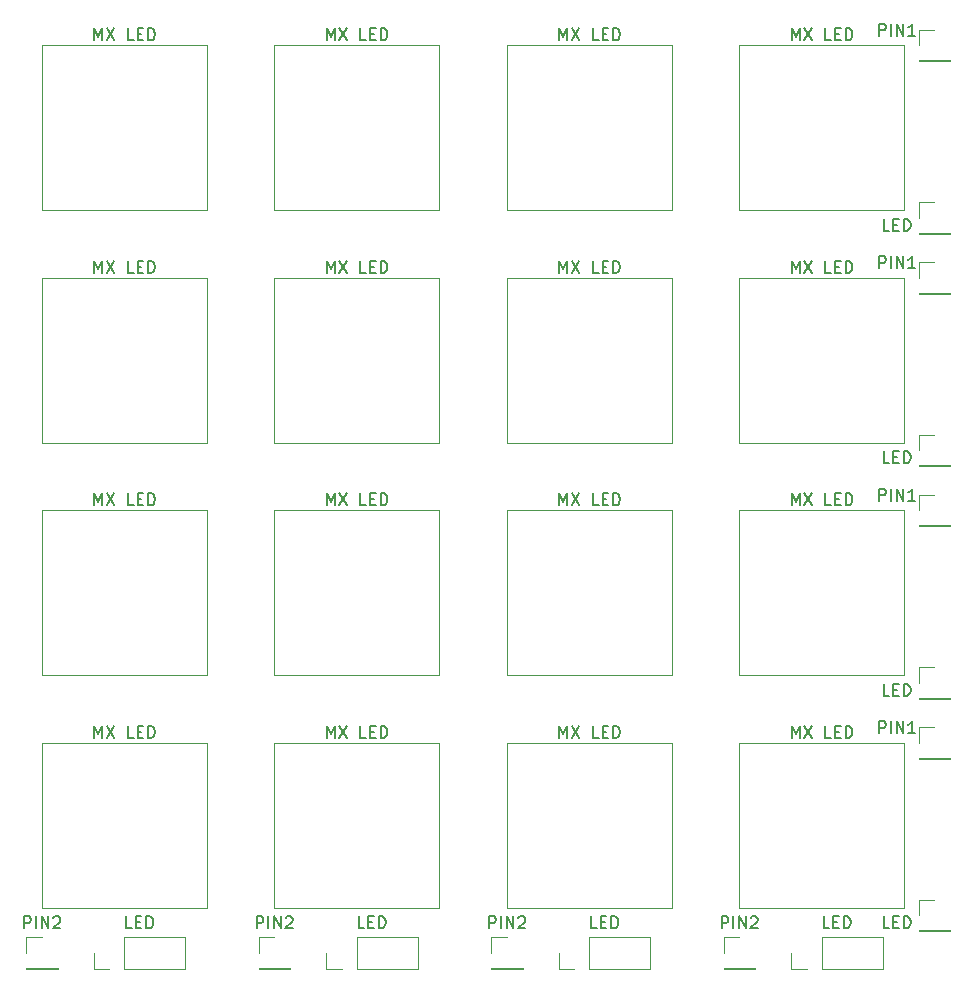
<source format=gbr>
%TF.GenerationSoftware,KiCad,Pcbnew,5.99.0-unknown-0ab82ef66~91~ubuntu20.04.1*%
%TF.CreationDate,2020-10-15T20:07:39+02:00*%
%TF.ProjectId,KeyPad-LED,4b657950-6164-42d4-9c45-442e6b696361,rev?*%
%TF.SameCoordinates,Original*%
%TF.FileFunction,Legend,Top*%
%TF.FilePolarity,Positive*%
%FSLAX46Y46*%
G04 Gerber Fmt 4.6, Leading zero omitted, Abs format (unit mm)*
G04 Created by KiCad (PCBNEW 5.99.0-unknown-0ab82ef66~91~ubuntu20.04.1) date 2020-10-15 20:07:39*
%MOMM*%
%LPD*%
G01*
G04 APERTURE LIST*
%ADD10C,0.150000*%
%ADD11C,0.120000*%
G04 APERTURE END LIST*
D10*
%TO.C,MX LED*%
X187952380Y-115133380D02*
X187952380Y-114133380D01*
X188285714Y-114847666D01*
X188619047Y-114133380D01*
X188619047Y-115133380D01*
X189000000Y-114133380D02*
X189666666Y-115133380D01*
X189666666Y-114133380D02*
X189000000Y-115133380D01*
X191285714Y-115133380D02*
X190809523Y-115133380D01*
X190809523Y-114133380D01*
X191619047Y-114609571D02*
X191952380Y-114609571D01*
X192095238Y-115133380D02*
X191619047Y-115133380D01*
X191619047Y-114133380D01*
X192095238Y-114133380D01*
X192523809Y-115133380D02*
X192523809Y-114133380D01*
X192761904Y-114133380D01*
X192904761Y-114181000D01*
X193000000Y-114276238D01*
X193047619Y-114371476D01*
X193095238Y-114561952D01*
X193095238Y-114704809D01*
X193047619Y-114895285D01*
X193000000Y-114990523D01*
X192904761Y-115085761D01*
X192761904Y-115133380D01*
X192523809Y-115133380D01*
X128897380Y-115133380D02*
X128897380Y-114133380D01*
X129230714Y-114847666D01*
X129564047Y-114133380D01*
X129564047Y-115133380D01*
X129945000Y-114133380D02*
X130611666Y-115133380D01*
X130611666Y-114133380D02*
X129945000Y-115133380D01*
X132230714Y-115133380D02*
X131754523Y-115133380D01*
X131754523Y-114133380D01*
X132564047Y-114609571D02*
X132897380Y-114609571D01*
X133040238Y-115133380D02*
X132564047Y-115133380D01*
X132564047Y-114133380D01*
X133040238Y-114133380D01*
X133468809Y-115133380D02*
X133468809Y-114133380D01*
X133706904Y-114133380D01*
X133849761Y-114181000D01*
X133945000Y-114276238D01*
X133992619Y-114371476D01*
X134040238Y-114561952D01*
X134040238Y-114704809D01*
X133992619Y-114895285D01*
X133945000Y-114990523D01*
X133849761Y-115085761D01*
X133706904Y-115133380D01*
X133468809Y-115133380D01*
X148582380Y-115133380D02*
X148582380Y-114133380D01*
X148915714Y-114847666D01*
X149249047Y-114133380D01*
X149249047Y-115133380D01*
X149630000Y-114133380D02*
X150296666Y-115133380D01*
X150296666Y-114133380D02*
X149630000Y-115133380D01*
X151915714Y-115133380D02*
X151439523Y-115133380D01*
X151439523Y-114133380D01*
X152249047Y-114609571D02*
X152582380Y-114609571D01*
X152725238Y-115133380D02*
X152249047Y-115133380D01*
X152249047Y-114133380D01*
X152725238Y-114133380D01*
X153153809Y-115133380D02*
X153153809Y-114133380D01*
X153391904Y-114133380D01*
X153534761Y-114181000D01*
X153630000Y-114276238D01*
X153677619Y-114371476D01*
X153725238Y-114561952D01*
X153725238Y-114704809D01*
X153677619Y-114895285D01*
X153630000Y-114990523D01*
X153534761Y-115085761D01*
X153391904Y-115133380D01*
X153153809Y-115133380D01*
X168267380Y-115133380D02*
X168267380Y-114133380D01*
X168600714Y-114847666D01*
X168934047Y-114133380D01*
X168934047Y-115133380D01*
X169315000Y-114133380D02*
X169981666Y-115133380D01*
X169981666Y-114133380D02*
X169315000Y-115133380D01*
X171600714Y-115133380D02*
X171124523Y-115133380D01*
X171124523Y-114133380D01*
X171934047Y-114609571D02*
X172267380Y-114609571D01*
X172410238Y-115133380D02*
X171934047Y-115133380D01*
X171934047Y-114133380D01*
X172410238Y-114133380D01*
X172838809Y-115133380D02*
X172838809Y-114133380D01*
X173076904Y-114133380D01*
X173219761Y-114181000D01*
X173315000Y-114276238D01*
X173362619Y-114371476D01*
X173410238Y-114561952D01*
X173410238Y-114704809D01*
X173362619Y-114895285D01*
X173315000Y-114990523D01*
X173219761Y-115085761D01*
X173076904Y-115133380D01*
X172838809Y-115133380D01*
X187952380Y-95448380D02*
X187952380Y-94448380D01*
X188285714Y-95162666D01*
X188619047Y-94448380D01*
X188619047Y-95448380D01*
X189000000Y-94448380D02*
X189666666Y-95448380D01*
X189666666Y-94448380D02*
X189000000Y-95448380D01*
X191285714Y-95448380D02*
X190809523Y-95448380D01*
X190809523Y-94448380D01*
X191619047Y-94924571D02*
X191952380Y-94924571D01*
X192095238Y-95448380D02*
X191619047Y-95448380D01*
X191619047Y-94448380D01*
X192095238Y-94448380D01*
X192523809Y-95448380D02*
X192523809Y-94448380D01*
X192761904Y-94448380D01*
X192904761Y-94496000D01*
X193000000Y-94591238D01*
X193047619Y-94686476D01*
X193095238Y-94876952D01*
X193095238Y-95019809D01*
X193047619Y-95210285D01*
X193000000Y-95305523D01*
X192904761Y-95400761D01*
X192761904Y-95448380D01*
X192523809Y-95448380D01*
X128897380Y-95448380D02*
X128897380Y-94448380D01*
X129230714Y-95162666D01*
X129564047Y-94448380D01*
X129564047Y-95448380D01*
X129945000Y-94448380D02*
X130611666Y-95448380D01*
X130611666Y-94448380D02*
X129945000Y-95448380D01*
X132230714Y-95448380D02*
X131754523Y-95448380D01*
X131754523Y-94448380D01*
X132564047Y-94924571D02*
X132897380Y-94924571D01*
X133040238Y-95448380D02*
X132564047Y-95448380D01*
X132564047Y-94448380D01*
X133040238Y-94448380D01*
X133468809Y-95448380D02*
X133468809Y-94448380D01*
X133706904Y-94448380D01*
X133849761Y-94496000D01*
X133945000Y-94591238D01*
X133992619Y-94686476D01*
X134040238Y-94876952D01*
X134040238Y-95019809D01*
X133992619Y-95210285D01*
X133945000Y-95305523D01*
X133849761Y-95400761D01*
X133706904Y-95448380D01*
X133468809Y-95448380D01*
X148582380Y-95448380D02*
X148582380Y-94448380D01*
X148915714Y-95162666D01*
X149249047Y-94448380D01*
X149249047Y-95448380D01*
X149630000Y-94448380D02*
X150296666Y-95448380D01*
X150296666Y-94448380D02*
X149630000Y-95448380D01*
X151915714Y-95448380D02*
X151439523Y-95448380D01*
X151439523Y-94448380D01*
X152249047Y-94924571D02*
X152582380Y-94924571D01*
X152725238Y-95448380D02*
X152249047Y-95448380D01*
X152249047Y-94448380D01*
X152725238Y-94448380D01*
X153153809Y-95448380D02*
X153153809Y-94448380D01*
X153391904Y-94448380D01*
X153534761Y-94496000D01*
X153630000Y-94591238D01*
X153677619Y-94686476D01*
X153725238Y-94876952D01*
X153725238Y-95019809D01*
X153677619Y-95210285D01*
X153630000Y-95305523D01*
X153534761Y-95400761D01*
X153391904Y-95448380D01*
X153153809Y-95448380D01*
X168267380Y-95448380D02*
X168267380Y-94448380D01*
X168600714Y-95162666D01*
X168934047Y-94448380D01*
X168934047Y-95448380D01*
X169315000Y-94448380D02*
X169981666Y-95448380D01*
X169981666Y-94448380D02*
X169315000Y-95448380D01*
X171600714Y-95448380D02*
X171124523Y-95448380D01*
X171124523Y-94448380D01*
X171934047Y-94924571D02*
X172267380Y-94924571D01*
X172410238Y-95448380D02*
X171934047Y-95448380D01*
X171934047Y-94448380D01*
X172410238Y-94448380D01*
X172838809Y-95448380D02*
X172838809Y-94448380D01*
X173076904Y-94448380D01*
X173219761Y-94496000D01*
X173315000Y-94591238D01*
X173362619Y-94686476D01*
X173410238Y-94876952D01*
X173410238Y-95019809D01*
X173362619Y-95210285D01*
X173315000Y-95305523D01*
X173219761Y-95400761D01*
X173076904Y-95448380D01*
X172838809Y-95448380D01*
X187952380Y-75763380D02*
X187952380Y-74763380D01*
X188285714Y-75477666D01*
X188619047Y-74763380D01*
X188619047Y-75763380D01*
X189000000Y-74763380D02*
X189666666Y-75763380D01*
X189666666Y-74763380D02*
X189000000Y-75763380D01*
X191285714Y-75763380D02*
X190809523Y-75763380D01*
X190809523Y-74763380D01*
X191619047Y-75239571D02*
X191952380Y-75239571D01*
X192095238Y-75763380D02*
X191619047Y-75763380D01*
X191619047Y-74763380D01*
X192095238Y-74763380D01*
X192523809Y-75763380D02*
X192523809Y-74763380D01*
X192761904Y-74763380D01*
X192904761Y-74811000D01*
X193000000Y-74906238D01*
X193047619Y-75001476D01*
X193095238Y-75191952D01*
X193095238Y-75334809D01*
X193047619Y-75525285D01*
X193000000Y-75620523D01*
X192904761Y-75715761D01*
X192761904Y-75763380D01*
X192523809Y-75763380D01*
X128897380Y-75763380D02*
X128897380Y-74763380D01*
X129230714Y-75477666D01*
X129564047Y-74763380D01*
X129564047Y-75763380D01*
X129945000Y-74763380D02*
X130611666Y-75763380D01*
X130611666Y-74763380D02*
X129945000Y-75763380D01*
X132230714Y-75763380D02*
X131754523Y-75763380D01*
X131754523Y-74763380D01*
X132564047Y-75239571D02*
X132897380Y-75239571D01*
X133040238Y-75763380D02*
X132564047Y-75763380D01*
X132564047Y-74763380D01*
X133040238Y-74763380D01*
X133468809Y-75763380D02*
X133468809Y-74763380D01*
X133706904Y-74763380D01*
X133849761Y-74811000D01*
X133945000Y-74906238D01*
X133992619Y-75001476D01*
X134040238Y-75191952D01*
X134040238Y-75334809D01*
X133992619Y-75525285D01*
X133945000Y-75620523D01*
X133849761Y-75715761D01*
X133706904Y-75763380D01*
X133468809Y-75763380D01*
X148582380Y-75763380D02*
X148582380Y-74763380D01*
X148915714Y-75477666D01*
X149249047Y-74763380D01*
X149249047Y-75763380D01*
X149630000Y-74763380D02*
X150296666Y-75763380D01*
X150296666Y-74763380D02*
X149630000Y-75763380D01*
X151915714Y-75763380D02*
X151439523Y-75763380D01*
X151439523Y-74763380D01*
X152249047Y-75239571D02*
X152582380Y-75239571D01*
X152725238Y-75763380D02*
X152249047Y-75763380D01*
X152249047Y-74763380D01*
X152725238Y-74763380D01*
X153153809Y-75763380D02*
X153153809Y-74763380D01*
X153391904Y-74763380D01*
X153534761Y-74811000D01*
X153630000Y-74906238D01*
X153677619Y-75001476D01*
X153725238Y-75191952D01*
X153725238Y-75334809D01*
X153677619Y-75525285D01*
X153630000Y-75620523D01*
X153534761Y-75715761D01*
X153391904Y-75763380D01*
X153153809Y-75763380D01*
X168267380Y-75763380D02*
X168267380Y-74763380D01*
X168600714Y-75477666D01*
X168934047Y-74763380D01*
X168934047Y-75763380D01*
X169315000Y-74763380D02*
X169981666Y-75763380D01*
X169981666Y-74763380D02*
X169315000Y-75763380D01*
X171600714Y-75763380D02*
X171124523Y-75763380D01*
X171124523Y-74763380D01*
X171934047Y-75239571D02*
X172267380Y-75239571D01*
X172410238Y-75763380D02*
X171934047Y-75763380D01*
X171934047Y-74763380D01*
X172410238Y-74763380D01*
X172838809Y-75763380D02*
X172838809Y-74763380D01*
X173076904Y-74763380D01*
X173219761Y-74811000D01*
X173315000Y-74906238D01*
X173362619Y-75001476D01*
X173410238Y-75191952D01*
X173410238Y-75334809D01*
X173362619Y-75525285D01*
X173315000Y-75620523D01*
X173219761Y-75715761D01*
X173076904Y-75763380D01*
X172838809Y-75763380D01*
X168267380Y-56078380D02*
X168267380Y-55078380D01*
X168600714Y-55792666D01*
X168934047Y-55078380D01*
X168934047Y-56078380D01*
X169315000Y-55078380D02*
X169981666Y-56078380D01*
X169981666Y-55078380D02*
X169315000Y-56078380D01*
X171600714Y-56078380D02*
X171124523Y-56078380D01*
X171124523Y-55078380D01*
X171934047Y-55554571D02*
X172267380Y-55554571D01*
X172410238Y-56078380D02*
X171934047Y-56078380D01*
X171934047Y-55078380D01*
X172410238Y-55078380D01*
X172838809Y-56078380D02*
X172838809Y-55078380D01*
X173076904Y-55078380D01*
X173219761Y-55126000D01*
X173315000Y-55221238D01*
X173362619Y-55316476D01*
X173410238Y-55506952D01*
X173410238Y-55649809D01*
X173362619Y-55840285D01*
X173315000Y-55935523D01*
X173219761Y-56030761D01*
X173076904Y-56078380D01*
X172838809Y-56078380D01*
X187952380Y-56078380D02*
X187952380Y-55078380D01*
X188285714Y-55792666D01*
X188619047Y-55078380D01*
X188619047Y-56078380D01*
X189000000Y-55078380D02*
X189666666Y-56078380D01*
X189666666Y-55078380D02*
X189000000Y-56078380D01*
X191285714Y-56078380D02*
X190809523Y-56078380D01*
X190809523Y-55078380D01*
X191619047Y-55554571D02*
X191952380Y-55554571D01*
X192095238Y-56078380D02*
X191619047Y-56078380D01*
X191619047Y-55078380D01*
X192095238Y-55078380D01*
X192523809Y-56078380D02*
X192523809Y-55078380D01*
X192761904Y-55078380D01*
X192904761Y-55126000D01*
X193000000Y-55221238D01*
X193047619Y-55316476D01*
X193095238Y-55506952D01*
X193095238Y-55649809D01*
X193047619Y-55840285D01*
X193000000Y-55935523D01*
X192904761Y-56030761D01*
X192761904Y-56078380D01*
X192523809Y-56078380D01*
X148582380Y-56078380D02*
X148582380Y-55078380D01*
X148915714Y-55792666D01*
X149249047Y-55078380D01*
X149249047Y-56078380D01*
X149630000Y-55078380D02*
X150296666Y-56078380D01*
X150296666Y-55078380D02*
X149630000Y-56078380D01*
X151915714Y-56078380D02*
X151439523Y-56078380D01*
X151439523Y-55078380D01*
X152249047Y-55554571D02*
X152582380Y-55554571D01*
X152725238Y-56078380D02*
X152249047Y-56078380D01*
X152249047Y-55078380D01*
X152725238Y-55078380D01*
X153153809Y-56078380D02*
X153153809Y-55078380D01*
X153391904Y-55078380D01*
X153534761Y-55126000D01*
X153630000Y-55221238D01*
X153677619Y-55316476D01*
X153725238Y-55506952D01*
X153725238Y-55649809D01*
X153677619Y-55840285D01*
X153630000Y-55935523D01*
X153534761Y-56030761D01*
X153391904Y-56078380D01*
X153153809Y-56078380D01*
X128897380Y-56078380D02*
X128897380Y-55078380D01*
X129230714Y-55792666D01*
X129564047Y-55078380D01*
X129564047Y-56078380D01*
X129945000Y-55078380D02*
X130611666Y-56078380D01*
X130611666Y-55078380D02*
X129945000Y-56078380D01*
X132230714Y-56078380D02*
X131754523Y-56078380D01*
X131754523Y-55078380D01*
X132564047Y-55554571D02*
X132897380Y-55554571D01*
X133040238Y-56078380D02*
X132564047Y-56078380D01*
X132564047Y-55078380D01*
X133040238Y-55078380D01*
X133468809Y-56078380D02*
X133468809Y-55078380D01*
X133706904Y-55078380D01*
X133849761Y-55126000D01*
X133945000Y-55221238D01*
X133992619Y-55316476D01*
X134040238Y-55506952D01*
X134040238Y-55649809D01*
X133992619Y-55840285D01*
X133945000Y-55935523D01*
X133849761Y-56030761D01*
X133706904Y-56078380D01*
X133468809Y-56078380D01*
%TO.C,PIN1*%
X195350000Y-114752380D02*
X195350000Y-113752380D01*
X195730952Y-113752380D01*
X195826190Y-113800000D01*
X195873809Y-113847619D01*
X195921428Y-113942857D01*
X195921428Y-114085714D01*
X195873809Y-114180952D01*
X195826190Y-114228571D01*
X195730952Y-114276190D01*
X195350000Y-114276190D01*
X196350000Y-114752380D02*
X196350000Y-113752380D01*
X196826190Y-114752380D02*
X196826190Y-113752380D01*
X197397619Y-114752380D01*
X197397619Y-113752380D01*
X198397619Y-114752380D02*
X197826190Y-114752380D01*
X198111904Y-114752380D02*
X198111904Y-113752380D01*
X198016666Y-113895238D01*
X197921428Y-113990476D01*
X197826190Y-114038095D01*
X195350000Y-75382380D02*
X195350000Y-74382380D01*
X195730952Y-74382380D01*
X195826190Y-74430000D01*
X195873809Y-74477619D01*
X195921428Y-74572857D01*
X195921428Y-74715714D01*
X195873809Y-74810952D01*
X195826190Y-74858571D01*
X195730952Y-74906190D01*
X195350000Y-74906190D01*
X196350000Y-75382380D02*
X196350000Y-74382380D01*
X196826190Y-75382380D02*
X196826190Y-74382380D01*
X197397619Y-75382380D01*
X197397619Y-74382380D01*
X198397619Y-75382380D02*
X197826190Y-75382380D01*
X198111904Y-75382380D02*
X198111904Y-74382380D01*
X198016666Y-74525238D01*
X197921428Y-74620476D01*
X197826190Y-74668095D01*
%TO.C,LED*%
X196207142Y-91892380D02*
X195730952Y-91892380D01*
X195730952Y-90892380D01*
X196540476Y-91368571D02*
X196873809Y-91368571D01*
X197016666Y-91892380D02*
X196540476Y-91892380D01*
X196540476Y-90892380D01*
X197016666Y-90892380D01*
X197445238Y-91892380D02*
X197445238Y-90892380D01*
X197683333Y-90892380D01*
X197826190Y-90940000D01*
X197921428Y-91035238D01*
X197969047Y-91130476D01*
X198016666Y-91320952D01*
X198016666Y-91463809D01*
X197969047Y-91654285D01*
X197921428Y-91749523D01*
X197826190Y-91844761D01*
X197683333Y-91892380D01*
X197445238Y-91892380D01*
X171442142Y-131262380D02*
X170965952Y-131262380D01*
X170965952Y-130262380D01*
X171775476Y-130738571D02*
X172108809Y-130738571D01*
X172251666Y-131262380D02*
X171775476Y-131262380D01*
X171775476Y-130262380D01*
X172251666Y-130262380D01*
X172680238Y-131262380D02*
X172680238Y-130262380D01*
X172918333Y-130262380D01*
X173061190Y-130310000D01*
X173156428Y-130405238D01*
X173204047Y-130500476D01*
X173251666Y-130690952D01*
X173251666Y-130833809D01*
X173204047Y-131024285D01*
X173156428Y-131119523D01*
X173061190Y-131214761D01*
X172918333Y-131262380D01*
X172680238Y-131262380D01*
%TO.C,PIN1*%
X195350000Y-55697380D02*
X195350000Y-54697380D01*
X195730952Y-54697380D01*
X195826190Y-54745000D01*
X195873809Y-54792619D01*
X195921428Y-54887857D01*
X195921428Y-55030714D01*
X195873809Y-55125952D01*
X195826190Y-55173571D01*
X195730952Y-55221190D01*
X195350000Y-55221190D01*
X196350000Y-55697380D02*
X196350000Y-54697380D01*
X196826190Y-55697380D02*
X196826190Y-54697380D01*
X197397619Y-55697380D01*
X197397619Y-54697380D01*
X198397619Y-55697380D02*
X197826190Y-55697380D01*
X198111904Y-55697380D02*
X198111904Y-54697380D01*
X198016666Y-54840238D01*
X197921428Y-54935476D01*
X197826190Y-54983095D01*
%TO.C,LED*%
X151757142Y-131262380D02*
X151280952Y-131262380D01*
X151280952Y-130262380D01*
X152090476Y-130738571D02*
X152423809Y-130738571D01*
X152566666Y-131262380D02*
X152090476Y-131262380D01*
X152090476Y-130262380D01*
X152566666Y-130262380D01*
X152995238Y-131262380D02*
X152995238Y-130262380D01*
X153233333Y-130262380D01*
X153376190Y-130310000D01*
X153471428Y-130405238D01*
X153519047Y-130500476D01*
X153566666Y-130690952D01*
X153566666Y-130833809D01*
X153519047Y-131024285D01*
X153471428Y-131119523D01*
X153376190Y-131214761D01*
X153233333Y-131262380D01*
X152995238Y-131262380D01*
X196207142Y-72207380D02*
X195730952Y-72207380D01*
X195730952Y-71207380D01*
X196540476Y-71683571D02*
X196873809Y-71683571D01*
X197016666Y-72207380D02*
X196540476Y-72207380D01*
X196540476Y-71207380D01*
X197016666Y-71207380D01*
X197445238Y-72207380D02*
X197445238Y-71207380D01*
X197683333Y-71207380D01*
X197826190Y-71255000D01*
X197921428Y-71350238D01*
X197969047Y-71445476D01*
X198016666Y-71635952D01*
X198016666Y-71778809D01*
X197969047Y-71969285D01*
X197921428Y-72064523D01*
X197826190Y-72159761D01*
X197683333Y-72207380D01*
X197445238Y-72207380D01*
X196207142Y-131262380D02*
X195730952Y-131262380D01*
X195730952Y-130262380D01*
X196540476Y-130738571D02*
X196873809Y-130738571D01*
X197016666Y-131262380D02*
X196540476Y-131262380D01*
X196540476Y-130262380D01*
X197016666Y-130262380D01*
X197445238Y-131262380D02*
X197445238Y-130262380D01*
X197683333Y-130262380D01*
X197826190Y-130310000D01*
X197921428Y-130405238D01*
X197969047Y-130500476D01*
X198016666Y-130690952D01*
X198016666Y-130833809D01*
X197969047Y-131024285D01*
X197921428Y-131119523D01*
X197826190Y-131214761D01*
X197683333Y-131262380D01*
X197445238Y-131262380D01*
X132072142Y-131262380D02*
X131595952Y-131262380D01*
X131595952Y-130262380D01*
X132405476Y-130738571D02*
X132738809Y-130738571D01*
X132881666Y-131262380D02*
X132405476Y-131262380D01*
X132405476Y-130262380D01*
X132881666Y-130262380D01*
X133310238Y-131262380D02*
X133310238Y-130262380D01*
X133548333Y-130262380D01*
X133691190Y-130310000D01*
X133786428Y-130405238D01*
X133834047Y-130500476D01*
X133881666Y-130690952D01*
X133881666Y-130833809D01*
X133834047Y-131024285D01*
X133786428Y-131119523D01*
X133691190Y-131214761D01*
X133548333Y-131262380D01*
X133310238Y-131262380D01*
%TO.C,PIN2*%
X182015000Y-131262380D02*
X182015000Y-130262380D01*
X182395952Y-130262380D01*
X182491190Y-130310000D01*
X182538809Y-130357619D01*
X182586428Y-130452857D01*
X182586428Y-130595714D01*
X182538809Y-130690952D01*
X182491190Y-130738571D01*
X182395952Y-130786190D01*
X182015000Y-130786190D01*
X183015000Y-131262380D02*
X183015000Y-130262380D01*
X183491190Y-131262380D02*
X183491190Y-130262380D01*
X184062619Y-131262380D01*
X184062619Y-130262380D01*
X184491190Y-130357619D02*
X184538809Y-130310000D01*
X184634047Y-130262380D01*
X184872142Y-130262380D01*
X184967380Y-130310000D01*
X185015000Y-130357619D01*
X185062619Y-130452857D01*
X185062619Y-130548095D01*
X185015000Y-130690952D01*
X184443571Y-131262380D01*
X185062619Y-131262380D01*
X142645000Y-131262380D02*
X142645000Y-130262380D01*
X143025952Y-130262380D01*
X143121190Y-130310000D01*
X143168809Y-130357619D01*
X143216428Y-130452857D01*
X143216428Y-130595714D01*
X143168809Y-130690952D01*
X143121190Y-130738571D01*
X143025952Y-130786190D01*
X142645000Y-130786190D01*
X143645000Y-131262380D02*
X143645000Y-130262380D01*
X144121190Y-131262380D02*
X144121190Y-130262380D01*
X144692619Y-131262380D01*
X144692619Y-130262380D01*
X145121190Y-130357619D02*
X145168809Y-130310000D01*
X145264047Y-130262380D01*
X145502142Y-130262380D01*
X145597380Y-130310000D01*
X145645000Y-130357619D01*
X145692619Y-130452857D01*
X145692619Y-130548095D01*
X145645000Y-130690952D01*
X145073571Y-131262380D01*
X145692619Y-131262380D01*
X162330000Y-131262380D02*
X162330000Y-130262380D01*
X162710952Y-130262380D01*
X162806190Y-130310000D01*
X162853809Y-130357619D01*
X162901428Y-130452857D01*
X162901428Y-130595714D01*
X162853809Y-130690952D01*
X162806190Y-130738571D01*
X162710952Y-130786190D01*
X162330000Y-130786190D01*
X163330000Y-131262380D02*
X163330000Y-130262380D01*
X163806190Y-131262380D02*
X163806190Y-130262380D01*
X164377619Y-131262380D01*
X164377619Y-130262380D01*
X164806190Y-130357619D02*
X164853809Y-130310000D01*
X164949047Y-130262380D01*
X165187142Y-130262380D01*
X165282380Y-130310000D01*
X165330000Y-130357619D01*
X165377619Y-130452857D01*
X165377619Y-130548095D01*
X165330000Y-130690952D01*
X164758571Y-131262380D01*
X165377619Y-131262380D01*
%TO.C,PIN1*%
X195350000Y-95067380D02*
X195350000Y-94067380D01*
X195730952Y-94067380D01*
X195826190Y-94115000D01*
X195873809Y-94162619D01*
X195921428Y-94257857D01*
X195921428Y-94400714D01*
X195873809Y-94495952D01*
X195826190Y-94543571D01*
X195730952Y-94591190D01*
X195350000Y-94591190D01*
X196350000Y-95067380D02*
X196350000Y-94067380D01*
X196826190Y-95067380D02*
X196826190Y-94067380D01*
X197397619Y-95067380D01*
X197397619Y-94067380D01*
X198397619Y-95067380D02*
X197826190Y-95067380D01*
X198111904Y-95067380D02*
X198111904Y-94067380D01*
X198016666Y-94210238D01*
X197921428Y-94305476D01*
X197826190Y-94353095D01*
%TO.C,LED*%
X196207142Y-111577380D02*
X195730952Y-111577380D01*
X195730952Y-110577380D01*
X196540476Y-111053571D02*
X196873809Y-111053571D01*
X197016666Y-111577380D02*
X196540476Y-111577380D01*
X196540476Y-110577380D01*
X197016666Y-110577380D01*
X197445238Y-111577380D02*
X197445238Y-110577380D01*
X197683333Y-110577380D01*
X197826190Y-110625000D01*
X197921428Y-110720238D01*
X197969047Y-110815476D01*
X198016666Y-111005952D01*
X198016666Y-111148809D01*
X197969047Y-111339285D01*
X197921428Y-111434523D01*
X197826190Y-111529761D01*
X197683333Y-111577380D01*
X197445238Y-111577380D01*
%TO.C,PIN2*%
X122960000Y-131262380D02*
X122960000Y-130262380D01*
X123340952Y-130262380D01*
X123436190Y-130310000D01*
X123483809Y-130357619D01*
X123531428Y-130452857D01*
X123531428Y-130595714D01*
X123483809Y-130690952D01*
X123436190Y-130738571D01*
X123340952Y-130786190D01*
X122960000Y-130786190D01*
X123960000Y-131262380D02*
X123960000Y-130262380D01*
X124436190Y-131262380D02*
X124436190Y-130262380D01*
X125007619Y-131262380D01*
X125007619Y-130262380D01*
X125436190Y-130357619D02*
X125483809Y-130310000D01*
X125579047Y-130262380D01*
X125817142Y-130262380D01*
X125912380Y-130310000D01*
X125960000Y-130357619D01*
X126007619Y-130452857D01*
X126007619Y-130548095D01*
X125960000Y-130690952D01*
X125388571Y-131262380D01*
X126007619Y-131262380D01*
%TO.C,LED*%
X191127142Y-131262380D02*
X190650952Y-131262380D01*
X190650952Y-130262380D01*
X191460476Y-130738571D02*
X191793809Y-130738571D01*
X191936666Y-131262380D02*
X191460476Y-131262380D01*
X191460476Y-130262380D01*
X191936666Y-130262380D01*
X192365238Y-131262380D02*
X192365238Y-130262380D01*
X192603333Y-130262380D01*
X192746190Y-130310000D01*
X192841428Y-130405238D01*
X192889047Y-130500476D01*
X192936666Y-130690952D01*
X192936666Y-130833809D01*
X192889047Y-131024285D01*
X192841428Y-131119523D01*
X192746190Y-131214761D01*
X192603333Y-131262380D01*
X192365238Y-131262380D01*
D11*
%TO.C,MX LED*%
X183515000Y-115570000D02*
X197485000Y-115570000D01*
X183515000Y-129540000D02*
X183515000Y-115570000D01*
X197485000Y-115570000D02*
X197485000Y-129540000D01*
X197485000Y-129540000D02*
X183515000Y-129540000D01*
X124460000Y-115570000D02*
X138430000Y-115570000D01*
X124460000Y-129540000D02*
X124460000Y-115570000D01*
X138430000Y-115570000D02*
X138430000Y-129540000D01*
X138430000Y-129540000D02*
X124460000Y-129540000D01*
X144145000Y-115570000D02*
X158115000Y-115570000D01*
X144145000Y-129540000D02*
X144145000Y-115570000D01*
X158115000Y-115570000D02*
X158115000Y-129540000D01*
X158115000Y-129540000D02*
X144145000Y-129540000D01*
X163830000Y-115570000D02*
X177800000Y-115570000D01*
X163830000Y-129540000D02*
X163830000Y-115570000D01*
X177800000Y-115570000D02*
X177800000Y-129540000D01*
X177800000Y-129540000D02*
X163830000Y-129540000D01*
X183515000Y-95885000D02*
X197485000Y-95885000D01*
X183515000Y-109855000D02*
X183515000Y-95885000D01*
X197485000Y-95885000D02*
X197485000Y-109855000D01*
X197485000Y-109855000D02*
X183515000Y-109855000D01*
X124460000Y-95885000D02*
X138430000Y-95885000D01*
X124460000Y-109855000D02*
X124460000Y-95885000D01*
X138430000Y-95885000D02*
X138430000Y-109855000D01*
X138430000Y-109855000D02*
X124460000Y-109855000D01*
X144145000Y-95885000D02*
X158115000Y-95885000D01*
X144145000Y-109855000D02*
X144145000Y-95885000D01*
X158115000Y-95885000D02*
X158115000Y-109855000D01*
X158115000Y-109855000D02*
X144145000Y-109855000D01*
X163830000Y-95885000D02*
X177800000Y-95885000D01*
X163830000Y-109855000D02*
X163830000Y-95885000D01*
X177800000Y-95885000D02*
X177800000Y-109855000D01*
X177800000Y-109855000D02*
X163830000Y-109855000D01*
X183515000Y-76200000D02*
X197485000Y-76200000D01*
X183515000Y-90170000D02*
X183515000Y-76200000D01*
X197485000Y-76200000D02*
X197485000Y-90170000D01*
X197485000Y-90170000D02*
X183515000Y-90170000D01*
X124460000Y-76200000D02*
X138430000Y-76200000D01*
X124460000Y-90170000D02*
X124460000Y-76200000D01*
X138430000Y-76200000D02*
X138430000Y-90170000D01*
X138430000Y-90170000D02*
X124460000Y-90170000D01*
X144145000Y-76200000D02*
X158115000Y-76200000D01*
X144145000Y-90170000D02*
X144145000Y-76200000D01*
X158115000Y-76200000D02*
X158115000Y-90170000D01*
X158115000Y-90170000D02*
X144145000Y-90170000D01*
X163830000Y-76200000D02*
X177800000Y-76200000D01*
X163830000Y-90170000D02*
X163830000Y-76200000D01*
X177800000Y-76200000D02*
X177800000Y-90170000D01*
X177800000Y-90170000D02*
X163830000Y-90170000D01*
X163830000Y-56515000D02*
X177800000Y-56515000D01*
X163830000Y-70485000D02*
X163830000Y-56515000D01*
X177800000Y-56515000D02*
X177800000Y-70485000D01*
X177800000Y-70485000D02*
X163830000Y-70485000D01*
X183515000Y-56515000D02*
X197485000Y-56515000D01*
X183515000Y-70485000D02*
X183515000Y-56515000D01*
X197485000Y-56515000D02*
X197485000Y-70485000D01*
X197485000Y-70485000D02*
X183515000Y-70485000D01*
X144145000Y-56515000D02*
X158115000Y-56515000D01*
X144145000Y-70485000D02*
X144145000Y-56515000D01*
X158115000Y-56515000D02*
X158115000Y-70485000D01*
X158115000Y-70485000D02*
X144145000Y-70485000D01*
X124460000Y-56515000D02*
X138430000Y-56515000D01*
X138430000Y-70485000D02*
X124460000Y-70485000D01*
X124460000Y-70485000D02*
X124460000Y-56515000D01*
X138430000Y-56515000D02*
X138430000Y-70485000D01*
%TO.C,PIN1*%
X201355000Y-116840000D02*
X201355000Y-116900000D01*
X198695000Y-114240000D02*
X200025000Y-114240000D01*
X198695000Y-116900000D02*
X201355000Y-116900000D01*
X198695000Y-115570000D02*
X198695000Y-114240000D01*
X198695000Y-116840000D02*
X201355000Y-116840000D01*
X198695000Y-116840000D02*
X198695000Y-116900000D01*
X201355000Y-77470000D02*
X201355000Y-77530000D01*
X198695000Y-74870000D02*
X200025000Y-74870000D01*
X198695000Y-77530000D02*
X201355000Y-77530000D01*
X198695000Y-76200000D02*
X198695000Y-74870000D01*
X198695000Y-77470000D02*
X201355000Y-77470000D01*
X198695000Y-77470000D02*
X198695000Y-77530000D01*
%TO.C,LED*%
X201355000Y-92075000D02*
X201355000Y-92135000D01*
X198695000Y-89475000D02*
X200025000Y-89475000D01*
X198695000Y-92135000D02*
X201355000Y-92135000D01*
X198695000Y-90805000D02*
X198695000Y-89475000D01*
X198695000Y-92075000D02*
X201355000Y-92075000D01*
X198695000Y-92075000D02*
X198695000Y-92135000D01*
X168215000Y-134680000D02*
X168215000Y-133350000D01*
X175955000Y-134680000D02*
X175955000Y-132020000D01*
X170815000Y-132020000D02*
X175955000Y-132020000D01*
X170815000Y-134680000D02*
X175955000Y-134680000D01*
X170815000Y-134680000D02*
X170815000Y-132020000D01*
X169545000Y-134680000D02*
X168215000Y-134680000D01*
%TO.C,PIN1*%
X201355000Y-57785000D02*
X201355000Y-57845000D01*
X198695000Y-55185000D02*
X200025000Y-55185000D01*
X198695000Y-57845000D02*
X201355000Y-57845000D01*
X198695000Y-56515000D02*
X198695000Y-55185000D01*
X198695000Y-57785000D02*
X201355000Y-57785000D01*
X198695000Y-57785000D02*
X198695000Y-57845000D01*
%TO.C,LED*%
X148530000Y-134680000D02*
X148530000Y-133350000D01*
X156270000Y-134680000D02*
X156270000Y-132020000D01*
X151130000Y-132020000D02*
X156270000Y-132020000D01*
X151130000Y-134680000D02*
X156270000Y-134680000D01*
X151130000Y-134680000D02*
X151130000Y-132020000D01*
X149860000Y-134680000D02*
X148530000Y-134680000D01*
X201355000Y-72390000D02*
X201355000Y-72450000D01*
X198695000Y-69790000D02*
X200025000Y-69790000D01*
X198695000Y-72450000D02*
X201355000Y-72450000D01*
X198695000Y-71120000D02*
X198695000Y-69790000D01*
X198695000Y-72390000D02*
X201355000Y-72390000D01*
X198695000Y-72390000D02*
X198695000Y-72450000D01*
X201355000Y-131445000D02*
X201355000Y-131505000D01*
X198695000Y-128845000D02*
X200025000Y-128845000D01*
X198695000Y-131505000D02*
X201355000Y-131505000D01*
X198695000Y-130175000D02*
X198695000Y-128845000D01*
X198695000Y-131445000D02*
X201355000Y-131445000D01*
X198695000Y-131445000D02*
X198695000Y-131505000D01*
X128845000Y-134680000D02*
X128845000Y-133350000D01*
X136585000Y-134680000D02*
X136585000Y-132020000D01*
X131445000Y-132020000D02*
X136585000Y-132020000D01*
X131445000Y-134680000D02*
X136585000Y-134680000D01*
X131445000Y-134680000D02*
X131445000Y-132020000D01*
X130175000Y-134680000D02*
X128845000Y-134680000D01*
%TO.C,PIN2*%
X184845000Y-134620000D02*
X184845000Y-134680000D01*
X182185000Y-132020000D02*
X183515000Y-132020000D01*
X182185000Y-134680000D02*
X184845000Y-134680000D01*
X182185000Y-133350000D02*
X182185000Y-132020000D01*
X182185000Y-134620000D02*
X184845000Y-134620000D01*
X182185000Y-134620000D02*
X182185000Y-134680000D01*
X145475000Y-134620000D02*
X145475000Y-134680000D01*
X142815000Y-132020000D02*
X144145000Y-132020000D01*
X142815000Y-134680000D02*
X145475000Y-134680000D01*
X142815000Y-133350000D02*
X142815000Y-132020000D01*
X142815000Y-134620000D02*
X145475000Y-134620000D01*
X142815000Y-134620000D02*
X142815000Y-134680000D01*
X165160000Y-134620000D02*
X165160000Y-134680000D01*
X162500000Y-132020000D02*
X163830000Y-132020000D01*
X162500000Y-134680000D02*
X165160000Y-134680000D01*
X162500000Y-133350000D02*
X162500000Y-132020000D01*
X162500000Y-134620000D02*
X165160000Y-134620000D01*
X162500000Y-134620000D02*
X162500000Y-134680000D01*
%TO.C,PIN1*%
X201355000Y-97155000D02*
X201355000Y-97215000D01*
X198695000Y-94555000D02*
X200025000Y-94555000D01*
X198695000Y-97215000D02*
X201355000Y-97215000D01*
X198695000Y-95885000D02*
X198695000Y-94555000D01*
X198695000Y-97155000D02*
X201355000Y-97155000D01*
X198695000Y-97155000D02*
X198695000Y-97215000D01*
%TO.C,LED*%
X201355000Y-111760000D02*
X201355000Y-111820000D01*
X198695000Y-109160000D02*
X200025000Y-109160000D01*
X198695000Y-111820000D02*
X201355000Y-111820000D01*
X198695000Y-110490000D02*
X198695000Y-109160000D01*
X198695000Y-111760000D02*
X201355000Y-111760000D01*
X198695000Y-111760000D02*
X198695000Y-111820000D01*
%TO.C,PIN2*%
X125790000Y-134620000D02*
X125790000Y-134680000D01*
X123130000Y-132020000D02*
X124460000Y-132020000D01*
X123130000Y-134680000D02*
X125790000Y-134680000D01*
X123130000Y-133350000D02*
X123130000Y-132020000D01*
X123130000Y-134620000D02*
X125790000Y-134620000D01*
X123130000Y-134620000D02*
X123130000Y-134680000D01*
%TO.C,LED*%
X187900000Y-134680000D02*
X187900000Y-133350000D01*
X195640000Y-134680000D02*
X195640000Y-132020000D01*
X190500000Y-132020000D02*
X195640000Y-132020000D01*
X190500000Y-134680000D02*
X195640000Y-134680000D01*
X190500000Y-134680000D02*
X190500000Y-132020000D01*
X189230000Y-134680000D02*
X187900000Y-134680000D01*
%TD*%
M02*

</source>
